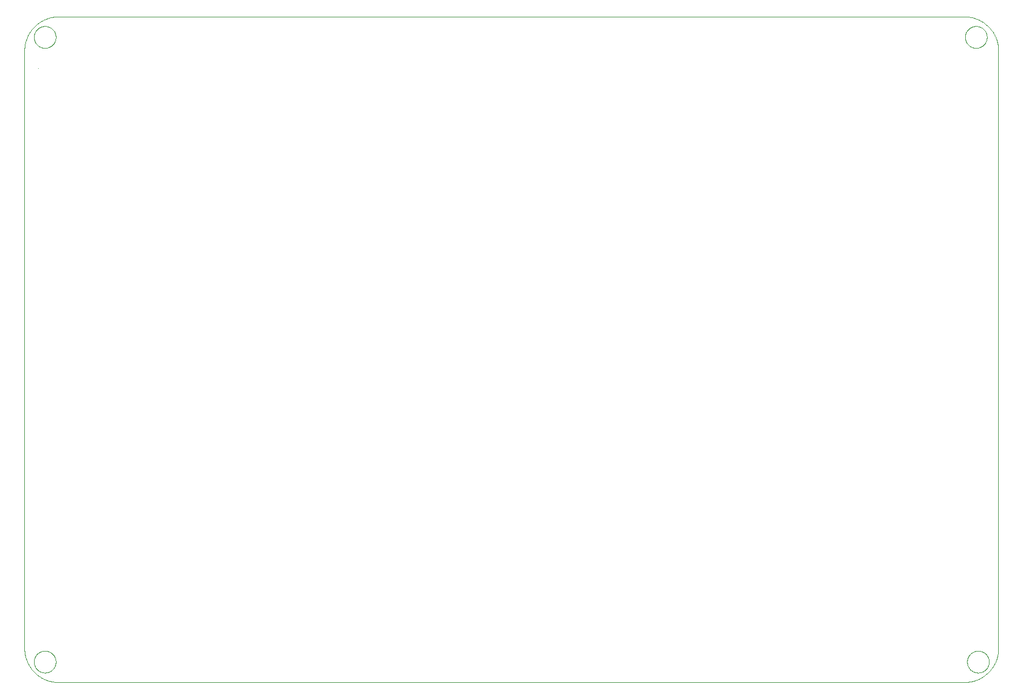
<source format=gm1>
G75*
%MOIN*%
%OFA0B0*%
%FSLAX25Y25*%
%IPPOS*%
%LPD*%
%AMOC8*
5,1,8,0,0,1.08239X$1,22.5*
%
%ADD10C,0.00000*%
%ADD11C,0.00010*%
%ADD12C,0.00079*%
D10*
X0043532Y0048863D02*
X0043534Y0049021D01*
X0043540Y0049179D01*
X0043550Y0049337D01*
X0043564Y0049495D01*
X0043582Y0049652D01*
X0043603Y0049809D01*
X0043629Y0049965D01*
X0043659Y0050121D01*
X0043692Y0050276D01*
X0043730Y0050429D01*
X0043771Y0050582D01*
X0043816Y0050734D01*
X0043865Y0050885D01*
X0043918Y0051034D01*
X0043974Y0051182D01*
X0044034Y0051328D01*
X0044098Y0051473D01*
X0044166Y0051616D01*
X0044237Y0051758D01*
X0044311Y0051898D01*
X0044389Y0052035D01*
X0044471Y0052171D01*
X0044555Y0052305D01*
X0044644Y0052436D01*
X0044735Y0052565D01*
X0044830Y0052692D01*
X0044927Y0052817D01*
X0045028Y0052939D01*
X0045132Y0053058D01*
X0045239Y0053175D01*
X0045349Y0053289D01*
X0045462Y0053400D01*
X0045577Y0053509D01*
X0045695Y0053614D01*
X0045816Y0053716D01*
X0045939Y0053816D01*
X0046065Y0053912D01*
X0046193Y0054005D01*
X0046323Y0054095D01*
X0046456Y0054181D01*
X0046591Y0054265D01*
X0046727Y0054344D01*
X0046866Y0054421D01*
X0047007Y0054493D01*
X0047149Y0054563D01*
X0047293Y0054628D01*
X0047439Y0054690D01*
X0047586Y0054748D01*
X0047735Y0054803D01*
X0047885Y0054854D01*
X0048036Y0054901D01*
X0048188Y0054944D01*
X0048341Y0054983D01*
X0048496Y0055019D01*
X0048651Y0055050D01*
X0048807Y0055078D01*
X0048963Y0055102D01*
X0049120Y0055122D01*
X0049278Y0055138D01*
X0049435Y0055150D01*
X0049594Y0055158D01*
X0049752Y0055162D01*
X0049910Y0055162D01*
X0050068Y0055158D01*
X0050227Y0055150D01*
X0050384Y0055138D01*
X0050542Y0055122D01*
X0050699Y0055102D01*
X0050855Y0055078D01*
X0051011Y0055050D01*
X0051166Y0055019D01*
X0051321Y0054983D01*
X0051474Y0054944D01*
X0051626Y0054901D01*
X0051777Y0054854D01*
X0051927Y0054803D01*
X0052076Y0054748D01*
X0052223Y0054690D01*
X0052369Y0054628D01*
X0052513Y0054563D01*
X0052655Y0054493D01*
X0052796Y0054421D01*
X0052935Y0054344D01*
X0053071Y0054265D01*
X0053206Y0054181D01*
X0053339Y0054095D01*
X0053469Y0054005D01*
X0053597Y0053912D01*
X0053723Y0053816D01*
X0053846Y0053716D01*
X0053967Y0053614D01*
X0054085Y0053509D01*
X0054200Y0053400D01*
X0054313Y0053289D01*
X0054423Y0053175D01*
X0054530Y0053058D01*
X0054634Y0052939D01*
X0054735Y0052817D01*
X0054832Y0052692D01*
X0054927Y0052565D01*
X0055018Y0052436D01*
X0055107Y0052305D01*
X0055191Y0052171D01*
X0055273Y0052035D01*
X0055351Y0051898D01*
X0055425Y0051758D01*
X0055496Y0051616D01*
X0055564Y0051473D01*
X0055628Y0051328D01*
X0055688Y0051182D01*
X0055744Y0051034D01*
X0055797Y0050885D01*
X0055846Y0050734D01*
X0055891Y0050582D01*
X0055932Y0050429D01*
X0055970Y0050276D01*
X0056003Y0050121D01*
X0056033Y0049965D01*
X0056059Y0049809D01*
X0056080Y0049652D01*
X0056098Y0049495D01*
X0056112Y0049337D01*
X0056122Y0049179D01*
X0056128Y0049021D01*
X0056130Y0048863D01*
X0056128Y0048705D01*
X0056122Y0048547D01*
X0056112Y0048389D01*
X0056098Y0048231D01*
X0056080Y0048074D01*
X0056059Y0047917D01*
X0056033Y0047761D01*
X0056003Y0047605D01*
X0055970Y0047450D01*
X0055932Y0047297D01*
X0055891Y0047144D01*
X0055846Y0046992D01*
X0055797Y0046841D01*
X0055744Y0046692D01*
X0055688Y0046544D01*
X0055628Y0046398D01*
X0055564Y0046253D01*
X0055496Y0046110D01*
X0055425Y0045968D01*
X0055351Y0045828D01*
X0055273Y0045691D01*
X0055191Y0045555D01*
X0055107Y0045421D01*
X0055018Y0045290D01*
X0054927Y0045161D01*
X0054832Y0045034D01*
X0054735Y0044909D01*
X0054634Y0044787D01*
X0054530Y0044668D01*
X0054423Y0044551D01*
X0054313Y0044437D01*
X0054200Y0044326D01*
X0054085Y0044217D01*
X0053967Y0044112D01*
X0053846Y0044010D01*
X0053723Y0043910D01*
X0053597Y0043814D01*
X0053469Y0043721D01*
X0053339Y0043631D01*
X0053206Y0043545D01*
X0053071Y0043461D01*
X0052935Y0043382D01*
X0052796Y0043305D01*
X0052655Y0043233D01*
X0052513Y0043163D01*
X0052369Y0043098D01*
X0052223Y0043036D01*
X0052076Y0042978D01*
X0051927Y0042923D01*
X0051777Y0042872D01*
X0051626Y0042825D01*
X0051474Y0042782D01*
X0051321Y0042743D01*
X0051166Y0042707D01*
X0051011Y0042676D01*
X0050855Y0042648D01*
X0050699Y0042624D01*
X0050542Y0042604D01*
X0050384Y0042588D01*
X0050227Y0042576D01*
X0050068Y0042568D01*
X0049910Y0042564D01*
X0049752Y0042564D01*
X0049594Y0042568D01*
X0049435Y0042576D01*
X0049278Y0042588D01*
X0049120Y0042604D01*
X0048963Y0042624D01*
X0048807Y0042648D01*
X0048651Y0042676D01*
X0048496Y0042707D01*
X0048341Y0042743D01*
X0048188Y0042782D01*
X0048036Y0042825D01*
X0047885Y0042872D01*
X0047735Y0042923D01*
X0047586Y0042978D01*
X0047439Y0043036D01*
X0047293Y0043098D01*
X0047149Y0043163D01*
X0047007Y0043233D01*
X0046866Y0043305D01*
X0046727Y0043382D01*
X0046591Y0043461D01*
X0046456Y0043545D01*
X0046323Y0043631D01*
X0046193Y0043721D01*
X0046065Y0043814D01*
X0045939Y0043910D01*
X0045816Y0044010D01*
X0045695Y0044112D01*
X0045577Y0044217D01*
X0045462Y0044326D01*
X0045349Y0044437D01*
X0045239Y0044551D01*
X0045132Y0044668D01*
X0045028Y0044787D01*
X0044927Y0044909D01*
X0044830Y0045034D01*
X0044735Y0045161D01*
X0044644Y0045290D01*
X0044555Y0045421D01*
X0044471Y0045555D01*
X0044389Y0045691D01*
X0044311Y0045828D01*
X0044237Y0045968D01*
X0044166Y0046110D01*
X0044098Y0046253D01*
X0044034Y0046398D01*
X0043974Y0046544D01*
X0043918Y0046692D01*
X0043865Y0046841D01*
X0043816Y0046992D01*
X0043771Y0047144D01*
X0043730Y0047297D01*
X0043692Y0047450D01*
X0043659Y0047605D01*
X0043629Y0047761D01*
X0043603Y0047917D01*
X0043582Y0048074D01*
X0043564Y0048231D01*
X0043550Y0048389D01*
X0043540Y0048547D01*
X0043534Y0048705D01*
X0043532Y0048863D01*
X0043532Y0409020D02*
X0043534Y0409178D01*
X0043540Y0409336D01*
X0043550Y0409494D01*
X0043564Y0409652D01*
X0043582Y0409809D01*
X0043603Y0409966D01*
X0043629Y0410122D01*
X0043659Y0410278D01*
X0043692Y0410433D01*
X0043730Y0410586D01*
X0043771Y0410739D01*
X0043816Y0410891D01*
X0043865Y0411042D01*
X0043918Y0411191D01*
X0043974Y0411339D01*
X0044034Y0411485D01*
X0044098Y0411630D01*
X0044166Y0411773D01*
X0044237Y0411915D01*
X0044311Y0412055D01*
X0044389Y0412192D01*
X0044471Y0412328D01*
X0044555Y0412462D01*
X0044644Y0412593D01*
X0044735Y0412722D01*
X0044830Y0412849D01*
X0044927Y0412974D01*
X0045028Y0413096D01*
X0045132Y0413215D01*
X0045239Y0413332D01*
X0045349Y0413446D01*
X0045462Y0413557D01*
X0045577Y0413666D01*
X0045695Y0413771D01*
X0045816Y0413873D01*
X0045939Y0413973D01*
X0046065Y0414069D01*
X0046193Y0414162D01*
X0046323Y0414252D01*
X0046456Y0414338D01*
X0046591Y0414422D01*
X0046727Y0414501D01*
X0046866Y0414578D01*
X0047007Y0414650D01*
X0047149Y0414720D01*
X0047293Y0414785D01*
X0047439Y0414847D01*
X0047586Y0414905D01*
X0047735Y0414960D01*
X0047885Y0415011D01*
X0048036Y0415058D01*
X0048188Y0415101D01*
X0048341Y0415140D01*
X0048496Y0415176D01*
X0048651Y0415207D01*
X0048807Y0415235D01*
X0048963Y0415259D01*
X0049120Y0415279D01*
X0049278Y0415295D01*
X0049435Y0415307D01*
X0049594Y0415315D01*
X0049752Y0415319D01*
X0049910Y0415319D01*
X0050068Y0415315D01*
X0050227Y0415307D01*
X0050384Y0415295D01*
X0050542Y0415279D01*
X0050699Y0415259D01*
X0050855Y0415235D01*
X0051011Y0415207D01*
X0051166Y0415176D01*
X0051321Y0415140D01*
X0051474Y0415101D01*
X0051626Y0415058D01*
X0051777Y0415011D01*
X0051927Y0414960D01*
X0052076Y0414905D01*
X0052223Y0414847D01*
X0052369Y0414785D01*
X0052513Y0414720D01*
X0052655Y0414650D01*
X0052796Y0414578D01*
X0052935Y0414501D01*
X0053071Y0414422D01*
X0053206Y0414338D01*
X0053339Y0414252D01*
X0053469Y0414162D01*
X0053597Y0414069D01*
X0053723Y0413973D01*
X0053846Y0413873D01*
X0053967Y0413771D01*
X0054085Y0413666D01*
X0054200Y0413557D01*
X0054313Y0413446D01*
X0054423Y0413332D01*
X0054530Y0413215D01*
X0054634Y0413096D01*
X0054735Y0412974D01*
X0054832Y0412849D01*
X0054927Y0412722D01*
X0055018Y0412593D01*
X0055107Y0412462D01*
X0055191Y0412328D01*
X0055273Y0412192D01*
X0055351Y0412055D01*
X0055425Y0411915D01*
X0055496Y0411773D01*
X0055564Y0411630D01*
X0055628Y0411485D01*
X0055688Y0411339D01*
X0055744Y0411191D01*
X0055797Y0411042D01*
X0055846Y0410891D01*
X0055891Y0410739D01*
X0055932Y0410586D01*
X0055970Y0410433D01*
X0056003Y0410278D01*
X0056033Y0410122D01*
X0056059Y0409966D01*
X0056080Y0409809D01*
X0056098Y0409652D01*
X0056112Y0409494D01*
X0056122Y0409336D01*
X0056128Y0409178D01*
X0056130Y0409020D01*
X0056128Y0408862D01*
X0056122Y0408704D01*
X0056112Y0408546D01*
X0056098Y0408388D01*
X0056080Y0408231D01*
X0056059Y0408074D01*
X0056033Y0407918D01*
X0056003Y0407762D01*
X0055970Y0407607D01*
X0055932Y0407454D01*
X0055891Y0407301D01*
X0055846Y0407149D01*
X0055797Y0406998D01*
X0055744Y0406849D01*
X0055688Y0406701D01*
X0055628Y0406555D01*
X0055564Y0406410D01*
X0055496Y0406267D01*
X0055425Y0406125D01*
X0055351Y0405985D01*
X0055273Y0405848D01*
X0055191Y0405712D01*
X0055107Y0405578D01*
X0055018Y0405447D01*
X0054927Y0405318D01*
X0054832Y0405191D01*
X0054735Y0405066D01*
X0054634Y0404944D01*
X0054530Y0404825D01*
X0054423Y0404708D01*
X0054313Y0404594D01*
X0054200Y0404483D01*
X0054085Y0404374D01*
X0053967Y0404269D01*
X0053846Y0404167D01*
X0053723Y0404067D01*
X0053597Y0403971D01*
X0053469Y0403878D01*
X0053339Y0403788D01*
X0053206Y0403702D01*
X0053071Y0403618D01*
X0052935Y0403539D01*
X0052796Y0403462D01*
X0052655Y0403390D01*
X0052513Y0403320D01*
X0052369Y0403255D01*
X0052223Y0403193D01*
X0052076Y0403135D01*
X0051927Y0403080D01*
X0051777Y0403029D01*
X0051626Y0402982D01*
X0051474Y0402939D01*
X0051321Y0402900D01*
X0051166Y0402864D01*
X0051011Y0402833D01*
X0050855Y0402805D01*
X0050699Y0402781D01*
X0050542Y0402761D01*
X0050384Y0402745D01*
X0050227Y0402733D01*
X0050068Y0402725D01*
X0049910Y0402721D01*
X0049752Y0402721D01*
X0049594Y0402725D01*
X0049435Y0402733D01*
X0049278Y0402745D01*
X0049120Y0402761D01*
X0048963Y0402781D01*
X0048807Y0402805D01*
X0048651Y0402833D01*
X0048496Y0402864D01*
X0048341Y0402900D01*
X0048188Y0402939D01*
X0048036Y0402982D01*
X0047885Y0403029D01*
X0047735Y0403080D01*
X0047586Y0403135D01*
X0047439Y0403193D01*
X0047293Y0403255D01*
X0047149Y0403320D01*
X0047007Y0403390D01*
X0046866Y0403462D01*
X0046727Y0403539D01*
X0046591Y0403618D01*
X0046456Y0403702D01*
X0046323Y0403788D01*
X0046193Y0403878D01*
X0046065Y0403971D01*
X0045939Y0404067D01*
X0045816Y0404167D01*
X0045695Y0404269D01*
X0045577Y0404374D01*
X0045462Y0404483D01*
X0045349Y0404594D01*
X0045239Y0404708D01*
X0045132Y0404825D01*
X0045028Y0404944D01*
X0044927Y0405066D01*
X0044830Y0405191D01*
X0044735Y0405318D01*
X0044644Y0405447D01*
X0044555Y0405578D01*
X0044471Y0405712D01*
X0044389Y0405848D01*
X0044311Y0405985D01*
X0044237Y0406125D01*
X0044166Y0406267D01*
X0044098Y0406410D01*
X0044034Y0406555D01*
X0043974Y0406701D01*
X0043918Y0406849D01*
X0043865Y0406998D01*
X0043816Y0407149D01*
X0043771Y0407301D01*
X0043730Y0407454D01*
X0043692Y0407607D01*
X0043659Y0407762D01*
X0043629Y0407918D01*
X0043603Y0408074D01*
X0043582Y0408231D01*
X0043564Y0408388D01*
X0043550Y0408546D01*
X0043540Y0408704D01*
X0043534Y0408862D01*
X0043532Y0409020D01*
X0580855Y0409020D02*
X0580857Y0409178D01*
X0580863Y0409336D01*
X0580873Y0409494D01*
X0580887Y0409652D01*
X0580905Y0409809D01*
X0580926Y0409966D01*
X0580952Y0410122D01*
X0580982Y0410278D01*
X0581015Y0410433D01*
X0581053Y0410586D01*
X0581094Y0410739D01*
X0581139Y0410891D01*
X0581188Y0411042D01*
X0581241Y0411191D01*
X0581297Y0411339D01*
X0581357Y0411485D01*
X0581421Y0411630D01*
X0581489Y0411773D01*
X0581560Y0411915D01*
X0581634Y0412055D01*
X0581712Y0412192D01*
X0581794Y0412328D01*
X0581878Y0412462D01*
X0581967Y0412593D01*
X0582058Y0412722D01*
X0582153Y0412849D01*
X0582250Y0412974D01*
X0582351Y0413096D01*
X0582455Y0413215D01*
X0582562Y0413332D01*
X0582672Y0413446D01*
X0582785Y0413557D01*
X0582900Y0413666D01*
X0583018Y0413771D01*
X0583139Y0413873D01*
X0583262Y0413973D01*
X0583388Y0414069D01*
X0583516Y0414162D01*
X0583646Y0414252D01*
X0583779Y0414338D01*
X0583914Y0414422D01*
X0584050Y0414501D01*
X0584189Y0414578D01*
X0584330Y0414650D01*
X0584472Y0414720D01*
X0584616Y0414785D01*
X0584762Y0414847D01*
X0584909Y0414905D01*
X0585058Y0414960D01*
X0585208Y0415011D01*
X0585359Y0415058D01*
X0585511Y0415101D01*
X0585664Y0415140D01*
X0585819Y0415176D01*
X0585974Y0415207D01*
X0586130Y0415235D01*
X0586286Y0415259D01*
X0586443Y0415279D01*
X0586601Y0415295D01*
X0586758Y0415307D01*
X0586917Y0415315D01*
X0587075Y0415319D01*
X0587233Y0415319D01*
X0587391Y0415315D01*
X0587550Y0415307D01*
X0587707Y0415295D01*
X0587865Y0415279D01*
X0588022Y0415259D01*
X0588178Y0415235D01*
X0588334Y0415207D01*
X0588489Y0415176D01*
X0588644Y0415140D01*
X0588797Y0415101D01*
X0588949Y0415058D01*
X0589100Y0415011D01*
X0589250Y0414960D01*
X0589399Y0414905D01*
X0589546Y0414847D01*
X0589692Y0414785D01*
X0589836Y0414720D01*
X0589978Y0414650D01*
X0590119Y0414578D01*
X0590258Y0414501D01*
X0590394Y0414422D01*
X0590529Y0414338D01*
X0590662Y0414252D01*
X0590792Y0414162D01*
X0590920Y0414069D01*
X0591046Y0413973D01*
X0591169Y0413873D01*
X0591290Y0413771D01*
X0591408Y0413666D01*
X0591523Y0413557D01*
X0591636Y0413446D01*
X0591746Y0413332D01*
X0591853Y0413215D01*
X0591957Y0413096D01*
X0592058Y0412974D01*
X0592155Y0412849D01*
X0592250Y0412722D01*
X0592341Y0412593D01*
X0592430Y0412462D01*
X0592514Y0412328D01*
X0592596Y0412192D01*
X0592674Y0412055D01*
X0592748Y0411915D01*
X0592819Y0411773D01*
X0592887Y0411630D01*
X0592951Y0411485D01*
X0593011Y0411339D01*
X0593067Y0411191D01*
X0593120Y0411042D01*
X0593169Y0410891D01*
X0593214Y0410739D01*
X0593255Y0410586D01*
X0593293Y0410433D01*
X0593326Y0410278D01*
X0593356Y0410122D01*
X0593382Y0409966D01*
X0593403Y0409809D01*
X0593421Y0409652D01*
X0593435Y0409494D01*
X0593445Y0409336D01*
X0593451Y0409178D01*
X0593453Y0409020D01*
X0593451Y0408862D01*
X0593445Y0408704D01*
X0593435Y0408546D01*
X0593421Y0408388D01*
X0593403Y0408231D01*
X0593382Y0408074D01*
X0593356Y0407918D01*
X0593326Y0407762D01*
X0593293Y0407607D01*
X0593255Y0407454D01*
X0593214Y0407301D01*
X0593169Y0407149D01*
X0593120Y0406998D01*
X0593067Y0406849D01*
X0593011Y0406701D01*
X0592951Y0406555D01*
X0592887Y0406410D01*
X0592819Y0406267D01*
X0592748Y0406125D01*
X0592674Y0405985D01*
X0592596Y0405848D01*
X0592514Y0405712D01*
X0592430Y0405578D01*
X0592341Y0405447D01*
X0592250Y0405318D01*
X0592155Y0405191D01*
X0592058Y0405066D01*
X0591957Y0404944D01*
X0591853Y0404825D01*
X0591746Y0404708D01*
X0591636Y0404594D01*
X0591523Y0404483D01*
X0591408Y0404374D01*
X0591290Y0404269D01*
X0591169Y0404167D01*
X0591046Y0404067D01*
X0590920Y0403971D01*
X0590792Y0403878D01*
X0590662Y0403788D01*
X0590529Y0403702D01*
X0590394Y0403618D01*
X0590258Y0403539D01*
X0590119Y0403462D01*
X0589978Y0403390D01*
X0589836Y0403320D01*
X0589692Y0403255D01*
X0589546Y0403193D01*
X0589399Y0403135D01*
X0589250Y0403080D01*
X0589100Y0403029D01*
X0588949Y0402982D01*
X0588797Y0402939D01*
X0588644Y0402900D01*
X0588489Y0402864D01*
X0588334Y0402833D01*
X0588178Y0402805D01*
X0588022Y0402781D01*
X0587865Y0402761D01*
X0587707Y0402745D01*
X0587550Y0402733D01*
X0587391Y0402725D01*
X0587233Y0402721D01*
X0587075Y0402721D01*
X0586917Y0402725D01*
X0586758Y0402733D01*
X0586601Y0402745D01*
X0586443Y0402761D01*
X0586286Y0402781D01*
X0586130Y0402805D01*
X0585974Y0402833D01*
X0585819Y0402864D01*
X0585664Y0402900D01*
X0585511Y0402939D01*
X0585359Y0402982D01*
X0585208Y0403029D01*
X0585058Y0403080D01*
X0584909Y0403135D01*
X0584762Y0403193D01*
X0584616Y0403255D01*
X0584472Y0403320D01*
X0584330Y0403390D01*
X0584189Y0403462D01*
X0584050Y0403539D01*
X0583914Y0403618D01*
X0583779Y0403702D01*
X0583646Y0403788D01*
X0583516Y0403878D01*
X0583388Y0403971D01*
X0583262Y0404067D01*
X0583139Y0404167D01*
X0583018Y0404269D01*
X0582900Y0404374D01*
X0582785Y0404483D01*
X0582672Y0404594D01*
X0582562Y0404708D01*
X0582455Y0404825D01*
X0582351Y0404944D01*
X0582250Y0405066D01*
X0582153Y0405191D01*
X0582058Y0405318D01*
X0581967Y0405447D01*
X0581878Y0405578D01*
X0581794Y0405712D01*
X0581712Y0405848D01*
X0581634Y0405985D01*
X0581560Y0406125D01*
X0581489Y0406267D01*
X0581421Y0406410D01*
X0581357Y0406555D01*
X0581297Y0406701D01*
X0581241Y0406849D01*
X0581188Y0406998D01*
X0581139Y0407149D01*
X0581094Y0407301D01*
X0581053Y0407454D01*
X0581015Y0407607D01*
X0580982Y0407762D01*
X0580952Y0407918D01*
X0580926Y0408074D01*
X0580905Y0408231D01*
X0580887Y0408388D01*
X0580873Y0408546D01*
X0580863Y0408704D01*
X0580857Y0408862D01*
X0580855Y0409020D01*
X0582036Y0048863D02*
X0582038Y0049021D01*
X0582044Y0049179D01*
X0582054Y0049337D01*
X0582068Y0049495D01*
X0582086Y0049652D01*
X0582107Y0049809D01*
X0582133Y0049965D01*
X0582163Y0050121D01*
X0582196Y0050276D01*
X0582234Y0050429D01*
X0582275Y0050582D01*
X0582320Y0050734D01*
X0582369Y0050885D01*
X0582422Y0051034D01*
X0582478Y0051182D01*
X0582538Y0051328D01*
X0582602Y0051473D01*
X0582670Y0051616D01*
X0582741Y0051758D01*
X0582815Y0051898D01*
X0582893Y0052035D01*
X0582975Y0052171D01*
X0583059Y0052305D01*
X0583148Y0052436D01*
X0583239Y0052565D01*
X0583334Y0052692D01*
X0583431Y0052817D01*
X0583532Y0052939D01*
X0583636Y0053058D01*
X0583743Y0053175D01*
X0583853Y0053289D01*
X0583966Y0053400D01*
X0584081Y0053509D01*
X0584199Y0053614D01*
X0584320Y0053716D01*
X0584443Y0053816D01*
X0584569Y0053912D01*
X0584697Y0054005D01*
X0584827Y0054095D01*
X0584960Y0054181D01*
X0585095Y0054265D01*
X0585231Y0054344D01*
X0585370Y0054421D01*
X0585511Y0054493D01*
X0585653Y0054563D01*
X0585797Y0054628D01*
X0585943Y0054690D01*
X0586090Y0054748D01*
X0586239Y0054803D01*
X0586389Y0054854D01*
X0586540Y0054901D01*
X0586692Y0054944D01*
X0586845Y0054983D01*
X0587000Y0055019D01*
X0587155Y0055050D01*
X0587311Y0055078D01*
X0587467Y0055102D01*
X0587624Y0055122D01*
X0587782Y0055138D01*
X0587939Y0055150D01*
X0588098Y0055158D01*
X0588256Y0055162D01*
X0588414Y0055162D01*
X0588572Y0055158D01*
X0588731Y0055150D01*
X0588888Y0055138D01*
X0589046Y0055122D01*
X0589203Y0055102D01*
X0589359Y0055078D01*
X0589515Y0055050D01*
X0589670Y0055019D01*
X0589825Y0054983D01*
X0589978Y0054944D01*
X0590130Y0054901D01*
X0590281Y0054854D01*
X0590431Y0054803D01*
X0590580Y0054748D01*
X0590727Y0054690D01*
X0590873Y0054628D01*
X0591017Y0054563D01*
X0591159Y0054493D01*
X0591300Y0054421D01*
X0591439Y0054344D01*
X0591575Y0054265D01*
X0591710Y0054181D01*
X0591843Y0054095D01*
X0591973Y0054005D01*
X0592101Y0053912D01*
X0592227Y0053816D01*
X0592350Y0053716D01*
X0592471Y0053614D01*
X0592589Y0053509D01*
X0592704Y0053400D01*
X0592817Y0053289D01*
X0592927Y0053175D01*
X0593034Y0053058D01*
X0593138Y0052939D01*
X0593239Y0052817D01*
X0593336Y0052692D01*
X0593431Y0052565D01*
X0593522Y0052436D01*
X0593611Y0052305D01*
X0593695Y0052171D01*
X0593777Y0052035D01*
X0593855Y0051898D01*
X0593929Y0051758D01*
X0594000Y0051616D01*
X0594068Y0051473D01*
X0594132Y0051328D01*
X0594192Y0051182D01*
X0594248Y0051034D01*
X0594301Y0050885D01*
X0594350Y0050734D01*
X0594395Y0050582D01*
X0594436Y0050429D01*
X0594474Y0050276D01*
X0594507Y0050121D01*
X0594537Y0049965D01*
X0594563Y0049809D01*
X0594584Y0049652D01*
X0594602Y0049495D01*
X0594616Y0049337D01*
X0594626Y0049179D01*
X0594632Y0049021D01*
X0594634Y0048863D01*
X0594632Y0048705D01*
X0594626Y0048547D01*
X0594616Y0048389D01*
X0594602Y0048231D01*
X0594584Y0048074D01*
X0594563Y0047917D01*
X0594537Y0047761D01*
X0594507Y0047605D01*
X0594474Y0047450D01*
X0594436Y0047297D01*
X0594395Y0047144D01*
X0594350Y0046992D01*
X0594301Y0046841D01*
X0594248Y0046692D01*
X0594192Y0046544D01*
X0594132Y0046398D01*
X0594068Y0046253D01*
X0594000Y0046110D01*
X0593929Y0045968D01*
X0593855Y0045828D01*
X0593777Y0045691D01*
X0593695Y0045555D01*
X0593611Y0045421D01*
X0593522Y0045290D01*
X0593431Y0045161D01*
X0593336Y0045034D01*
X0593239Y0044909D01*
X0593138Y0044787D01*
X0593034Y0044668D01*
X0592927Y0044551D01*
X0592817Y0044437D01*
X0592704Y0044326D01*
X0592589Y0044217D01*
X0592471Y0044112D01*
X0592350Y0044010D01*
X0592227Y0043910D01*
X0592101Y0043814D01*
X0591973Y0043721D01*
X0591843Y0043631D01*
X0591710Y0043545D01*
X0591575Y0043461D01*
X0591439Y0043382D01*
X0591300Y0043305D01*
X0591159Y0043233D01*
X0591017Y0043163D01*
X0590873Y0043098D01*
X0590727Y0043036D01*
X0590580Y0042978D01*
X0590431Y0042923D01*
X0590281Y0042872D01*
X0590130Y0042825D01*
X0589978Y0042782D01*
X0589825Y0042743D01*
X0589670Y0042707D01*
X0589515Y0042676D01*
X0589359Y0042648D01*
X0589203Y0042624D01*
X0589046Y0042604D01*
X0588888Y0042588D01*
X0588731Y0042576D01*
X0588572Y0042568D01*
X0588414Y0042564D01*
X0588256Y0042564D01*
X0588098Y0042568D01*
X0587939Y0042576D01*
X0587782Y0042588D01*
X0587624Y0042604D01*
X0587467Y0042624D01*
X0587311Y0042648D01*
X0587155Y0042676D01*
X0587000Y0042707D01*
X0586845Y0042743D01*
X0586692Y0042782D01*
X0586540Y0042825D01*
X0586389Y0042872D01*
X0586239Y0042923D01*
X0586090Y0042978D01*
X0585943Y0043036D01*
X0585797Y0043098D01*
X0585653Y0043163D01*
X0585511Y0043233D01*
X0585370Y0043305D01*
X0585231Y0043382D01*
X0585095Y0043461D01*
X0584960Y0043545D01*
X0584827Y0043631D01*
X0584697Y0043721D01*
X0584569Y0043814D01*
X0584443Y0043910D01*
X0584320Y0044010D01*
X0584199Y0044112D01*
X0584081Y0044217D01*
X0583966Y0044326D01*
X0583853Y0044437D01*
X0583743Y0044551D01*
X0583636Y0044668D01*
X0583532Y0044787D01*
X0583431Y0044909D01*
X0583334Y0045034D01*
X0583239Y0045161D01*
X0583148Y0045290D01*
X0583059Y0045421D01*
X0582975Y0045555D01*
X0582893Y0045691D01*
X0582815Y0045828D01*
X0582741Y0045968D01*
X0582670Y0046110D01*
X0582602Y0046253D01*
X0582538Y0046398D01*
X0582478Y0046544D01*
X0582422Y0046692D01*
X0582369Y0046841D01*
X0582320Y0046992D01*
X0582275Y0047144D01*
X0582234Y0047297D01*
X0582196Y0047450D01*
X0582163Y0047605D01*
X0582133Y0047761D01*
X0582107Y0047917D01*
X0582086Y0048074D01*
X0582068Y0048231D01*
X0582054Y0048389D01*
X0582044Y0048547D01*
X0582038Y0048705D01*
X0582036Y0048863D01*
D11*
X0045926Y0391052D02*
X0045920Y0391052D01*
D12*
X0057706Y0037052D02*
X0580383Y0037052D01*
X0580859Y0037058D01*
X0581334Y0037075D01*
X0581809Y0037104D01*
X0582283Y0037144D01*
X0582756Y0037196D01*
X0583227Y0037259D01*
X0583697Y0037333D01*
X0584165Y0037419D01*
X0584631Y0037516D01*
X0585094Y0037624D01*
X0585554Y0037743D01*
X0586012Y0037874D01*
X0586466Y0038015D01*
X0586917Y0038168D01*
X0587363Y0038331D01*
X0587806Y0038505D01*
X0588244Y0038690D01*
X0588678Y0038885D01*
X0589107Y0039091D01*
X0589531Y0039307D01*
X0589950Y0039533D01*
X0590363Y0039769D01*
X0590770Y0040015D01*
X0591171Y0040271D01*
X0591565Y0040537D01*
X0591954Y0040812D01*
X0592335Y0041096D01*
X0592709Y0041389D01*
X0593077Y0041691D01*
X0593437Y0042003D01*
X0593789Y0042322D01*
X0594133Y0042650D01*
X0594470Y0042987D01*
X0594798Y0043331D01*
X0595117Y0043683D01*
X0595429Y0044043D01*
X0595731Y0044411D01*
X0596024Y0044785D01*
X0596308Y0045166D01*
X0596583Y0045555D01*
X0596849Y0045949D01*
X0597105Y0046350D01*
X0597351Y0046757D01*
X0597587Y0047170D01*
X0597813Y0047589D01*
X0598029Y0048013D01*
X0598235Y0048442D01*
X0598430Y0048876D01*
X0598615Y0049314D01*
X0598789Y0049757D01*
X0598952Y0050203D01*
X0599105Y0050654D01*
X0599246Y0051108D01*
X0599377Y0051566D01*
X0599496Y0052026D01*
X0599604Y0052489D01*
X0599701Y0052955D01*
X0599787Y0053423D01*
X0599861Y0053893D01*
X0599924Y0054364D01*
X0599976Y0054837D01*
X0600016Y0055311D01*
X0600045Y0055786D01*
X0600062Y0056261D01*
X0600068Y0056737D01*
X0600068Y0401146D01*
X0600062Y0401622D01*
X0600045Y0402097D01*
X0600016Y0402572D01*
X0599976Y0403046D01*
X0599924Y0403519D01*
X0599861Y0403990D01*
X0599787Y0404460D01*
X0599701Y0404928D01*
X0599604Y0405394D01*
X0599496Y0405857D01*
X0599377Y0406317D01*
X0599246Y0406775D01*
X0599105Y0407229D01*
X0598952Y0407680D01*
X0598789Y0408126D01*
X0598615Y0408569D01*
X0598430Y0409007D01*
X0598235Y0409441D01*
X0598029Y0409870D01*
X0597813Y0410294D01*
X0597587Y0410713D01*
X0597351Y0411126D01*
X0597105Y0411533D01*
X0596849Y0411934D01*
X0596583Y0412328D01*
X0596308Y0412717D01*
X0596024Y0413098D01*
X0595731Y0413472D01*
X0595429Y0413840D01*
X0595117Y0414200D01*
X0594798Y0414552D01*
X0594470Y0414896D01*
X0594133Y0415233D01*
X0593789Y0415561D01*
X0593437Y0415880D01*
X0593077Y0416192D01*
X0592709Y0416494D01*
X0592335Y0416787D01*
X0591954Y0417071D01*
X0591565Y0417346D01*
X0591171Y0417612D01*
X0590770Y0417868D01*
X0590363Y0418114D01*
X0589950Y0418350D01*
X0589531Y0418576D01*
X0589107Y0418792D01*
X0588678Y0418998D01*
X0588244Y0419193D01*
X0587806Y0419378D01*
X0587363Y0419552D01*
X0586917Y0419715D01*
X0586466Y0419868D01*
X0586012Y0420009D01*
X0585554Y0420140D01*
X0585094Y0420259D01*
X0584631Y0420367D01*
X0584165Y0420464D01*
X0583697Y0420550D01*
X0583227Y0420624D01*
X0582756Y0420687D01*
X0582283Y0420739D01*
X0581809Y0420779D01*
X0581334Y0420808D01*
X0580859Y0420825D01*
X0580383Y0420831D01*
X0057706Y0420831D01*
X0057230Y0420825D01*
X0056755Y0420808D01*
X0056280Y0420779D01*
X0055806Y0420739D01*
X0055333Y0420687D01*
X0054862Y0420624D01*
X0054392Y0420550D01*
X0053924Y0420464D01*
X0053458Y0420367D01*
X0052995Y0420259D01*
X0052535Y0420140D01*
X0052077Y0420009D01*
X0051623Y0419868D01*
X0051172Y0419715D01*
X0050726Y0419552D01*
X0050283Y0419378D01*
X0049845Y0419193D01*
X0049411Y0418998D01*
X0048982Y0418792D01*
X0048558Y0418576D01*
X0048139Y0418350D01*
X0047726Y0418114D01*
X0047319Y0417868D01*
X0046918Y0417612D01*
X0046524Y0417346D01*
X0046135Y0417071D01*
X0045754Y0416787D01*
X0045380Y0416494D01*
X0045012Y0416192D01*
X0044652Y0415880D01*
X0044300Y0415561D01*
X0043956Y0415233D01*
X0043619Y0414896D01*
X0043291Y0414552D01*
X0042972Y0414200D01*
X0042660Y0413840D01*
X0042358Y0413472D01*
X0042065Y0413098D01*
X0041781Y0412717D01*
X0041506Y0412328D01*
X0041240Y0411934D01*
X0040984Y0411533D01*
X0040738Y0411126D01*
X0040502Y0410713D01*
X0040276Y0410294D01*
X0040060Y0409870D01*
X0039854Y0409441D01*
X0039659Y0409007D01*
X0039474Y0408569D01*
X0039300Y0408126D01*
X0039137Y0407680D01*
X0038984Y0407229D01*
X0038843Y0406775D01*
X0038712Y0406317D01*
X0038593Y0405857D01*
X0038485Y0405394D01*
X0038388Y0404928D01*
X0038302Y0404460D01*
X0038228Y0403990D01*
X0038165Y0403519D01*
X0038113Y0403046D01*
X0038073Y0402572D01*
X0038044Y0402097D01*
X0038027Y0401622D01*
X0038021Y0401146D01*
X0038020Y0401146D02*
X0038020Y0056737D01*
X0038021Y0056737D02*
X0038027Y0056261D01*
X0038044Y0055786D01*
X0038073Y0055311D01*
X0038113Y0054837D01*
X0038165Y0054364D01*
X0038228Y0053893D01*
X0038302Y0053423D01*
X0038388Y0052955D01*
X0038485Y0052489D01*
X0038593Y0052026D01*
X0038712Y0051566D01*
X0038843Y0051108D01*
X0038984Y0050654D01*
X0039137Y0050203D01*
X0039300Y0049757D01*
X0039474Y0049314D01*
X0039659Y0048876D01*
X0039854Y0048442D01*
X0040060Y0048013D01*
X0040276Y0047589D01*
X0040502Y0047170D01*
X0040738Y0046757D01*
X0040984Y0046350D01*
X0041240Y0045949D01*
X0041506Y0045555D01*
X0041781Y0045166D01*
X0042065Y0044785D01*
X0042358Y0044411D01*
X0042660Y0044043D01*
X0042972Y0043683D01*
X0043291Y0043331D01*
X0043619Y0042987D01*
X0043956Y0042650D01*
X0044300Y0042322D01*
X0044652Y0042003D01*
X0045012Y0041691D01*
X0045380Y0041389D01*
X0045754Y0041096D01*
X0046135Y0040812D01*
X0046524Y0040537D01*
X0046918Y0040271D01*
X0047319Y0040015D01*
X0047726Y0039769D01*
X0048139Y0039533D01*
X0048558Y0039307D01*
X0048982Y0039091D01*
X0049411Y0038885D01*
X0049845Y0038690D01*
X0050283Y0038505D01*
X0050726Y0038331D01*
X0051172Y0038168D01*
X0051623Y0038015D01*
X0052077Y0037874D01*
X0052535Y0037743D01*
X0052995Y0037624D01*
X0053458Y0037516D01*
X0053924Y0037419D01*
X0054392Y0037333D01*
X0054862Y0037259D01*
X0055333Y0037196D01*
X0055806Y0037144D01*
X0056280Y0037104D01*
X0056755Y0037075D01*
X0057230Y0037058D01*
X0057706Y0037052D01*
M02*

</source>
